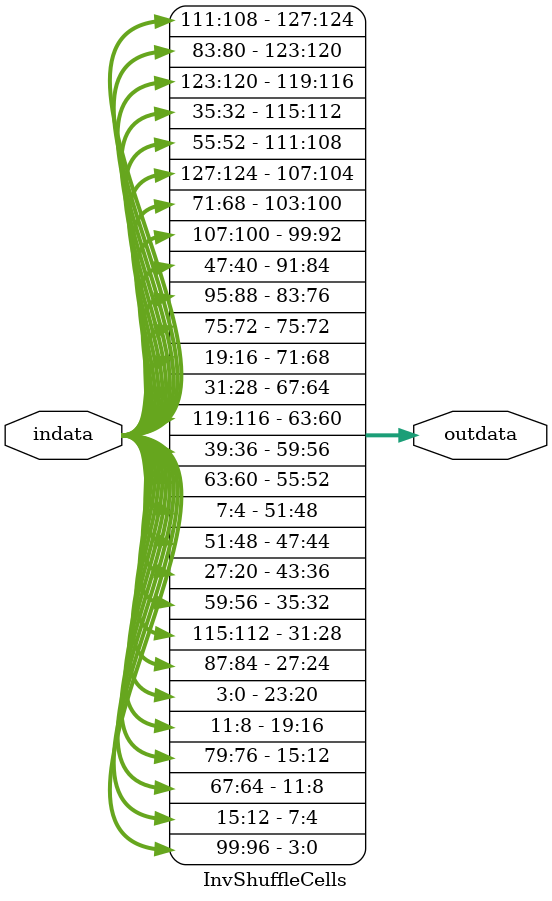
<source format=v>

module ShuffleCells
    (
        input wire [127:0] indata,
        output wire [127:0] outdata
    );
    localparam n = 128;
	localparam m=4;
    genvar i;
    localparam [0:8*32-1] perm = {
    8'h05, 8'h0c, 8'h04, 8'h01, 8'h11, 8'h09, 8'h0a, 8'h10, 
    8'h1c, 8'h0e, 8'h15, 8'h16, 8'h0b, 8'h1b, 8'h08, 8'h0d, 
    8'h02, 8'h19, 8'h12, 8'h03, 8'h1e, 8'h06, 8'h13, 8'h14, 
    8'h00, 8'h17, 8'h18, 8'h1f, 8'h07, 8'h0f, 8'h1d, 8'h1a
    };

    generate
        for(i=0; i< (n>>2); i=i+1)begin: gen_cell1
            assign outdata[(i+1)*m-1:i*m] = indata[(perm[i*8+:8]+1)*m-1:perm[i*8+:8]*m];
        end
    endgenerate
endmodule

module InvShuffleCells
    (
        input wire [127:0] indata,
        output wire [127:0] outdata
    );
    localparam n = 128;
	localparam m=4;
    genvar i;

    localparam [0:8*32-1] perm = {
    8'h05, 8'h0c, 8'h04, 8'h01, 8'h11, 8'h09, 8'h0a, 8'h10, 
    8'h1c, 8'h0e, 8'h15, 8'h16, 8'h0b, 8'h1b, 8'h08, 8'h0d, 
    8'h02, 8'h19, 8'h12, 8'h03, 8'h1e, 8'h06, 8'h13, 8'h14, 
    8'h00, 8'h17, 8'h18, 8'h1f, 8'h07, 8'h0f, 8'h1d, 8'h1a
    };
    generate
        for(i=0; i< (n>>2); i=i+1)begin: gen_cell2
            assign outdata[(perm[i*8+:8]+1)*m-1:perm[i*8+:8]*m] = indata[(i+1)*m-1:i*m];
        end
    endgenerate
endmodule


</source>
